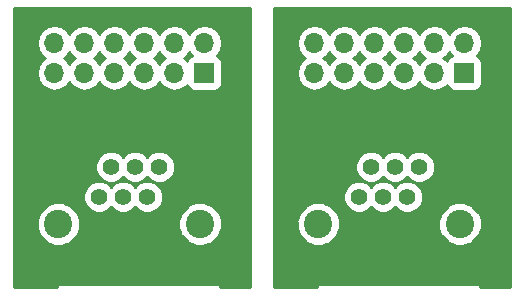
<source format=gtl>
%MOIN*%
%OFA0B0*%
%FSLAX46Y46*%
%IPPOS*%
%LPD*%
%ADD10C,0.0039370078740157488*%
%ADD11C,0.094488188976377951*%
%ADD12C,0.055118110236220472*%
%ADD13R,0.066929133858267723X0.066929133858267723*%
%ADD14O,0.066929133858267723X0.066929133858267723*%
%ADD15C,0.035433070866141732*%
%ADD16C,0.01*%
%ADD27C,0.0039370078740157488*%
%ADD28C,0.094488188976377951*%
%ADD29C,0.055118110236220472*%
%ADD30R,0.066929133858267723X0.066929133858267723*%
%ADD31O,0.066929133858267723X0.066929133858267723*%
%ADD32C,0.035433070866141732*%
%ADD33C,0.01*%
%LPD*%
G01*
D10*
D11*
X0000944881Y0001141732D02*
X0000700496Y0000328381D03*
X0000228055Y0000328381D03*
D12*
X0000564669Y0000518932D03*
X0000484354Y0000518932D03*
X0000404039Y0000518932D03*
X0000524511Y0000418932D03*
X0000444196Y0000418932D03*
X0000363881Y0000418932D03*
D13*
X0000714881Y0000831732D03*
D14*
X0000714881Y0000931732D03*
X0000614881Y0000831732D03*
X0000614881Y0000931732D03*
X0000514881Y0000831732D03*
X0000514881Y0000931732D03*
X0000414881Y0000831732D03*
X0000414881Y0000931732D03*
X0000314881Y0000831732D03*
X0000314881Y0000931732D03*
X0000214881Y0000831732D03*
X0000214881Y0000931732D03*
D15*
X0000404039Y0000518932D02*
X0000403181Y0000518932D01*
X0000564669Y0000518932D02*
X0000565381Y0000518932D01*
D16*
G36*
X0000866929Y0000116732D02*
X0000766413Y0000116732D01*
X0000766413Y0000129212D01*
X0000223350Y0000129212D01*
X0000223350Y0000116732D01*
X0000079881Y0000116732D01*
X0000079881Y0000340675D01*
X0000155428Y0000340675D01*
X0000155810Y0000327377D01*
X0000155798Y0000314073D01*
X0000156220Y0000313051D01*
X0000156252Y0000311946D01*
X0000165661Y0000289230D01*
X0000166150Y0000289021D01*
X0000166773Y0000287511D01*
X0000187078Y0000267171D01*
X0000188682Y0000266505D01*
X0000188904Y0000265987D01*
X0000201336Y0000261251D01*
X0000213621Y0000256149D01*
X0000214727Y0000256148D01*
X0000215761Y0000255754D01*
X0000229059Y0000256136D01*
X0000242362Y0000256124D01*
X0000243384Y0000256546D01*
X0000244489Y0000256578D01*
X0000267206Y0000265987D01*
X0000267415Y0000266476D01*
X0000268924Y0000267099D01*
X0000289264Y0000287404D01*
X0000289930Y0000289008D01*
X0000290448Y0000289230D01*
X0000295185Y0000301662D01*
X0000300286Y0000313947D01*
X0000300287Y0000315053D01*
X0000300681Y0000316087D01*
X0000300300Y0000329385D01*
X0000300309Y0000340675D01*
X0000627869Y0000340675D01*
X0000628251Y0000327377D01*
X0000628239Y0000314073D01*
X0000628661Y0000313051D01*
X0000628693Y0000311946D01*
X0000638102Y0000289230D01*
X0000638591Y0000289021D01*
X0000639214Y0000287511D01*
X0000659519Y0000267171D01*
X0000661123Y0000266505D01*
X0000661345Y0000265987D01*
X0000673776Y0000261251D01*
X0000686062Y0000256149D01*
X0000687168Y0000256148D01*
X0000688202Y0000255754D01*
X0000701500Y0000256136D01*
X0000714803Y0000256124D01*
X0000715825Y0000256546D01*
X0000716930Y0000256578D01*
X0000739647Y0000265987D01*
X0000739856Y0000266476D01*
X0000741365Y0000267099D01*
X0000761705Y0000287404D01*
X0000762371Y0000289008D01*
X0000762889Y0000289230D01*
X0000767626Y0000301662D01*
X0000772727Y0000313947D01*
X0000772728Y0000315053D01*
X0000773122Y0000316087D01*
X0000772741Y0000329385D01*
X0000772752Y0000342688D01*
X0000772330Y0000343710D01*
X0000772298Y0000344815D01*
X0000762889Y0000367532D01*
X0000762401Y0000367741D01*
X0000761777Y0000369250D01*
X0000741472Y0000389590D01*
X0000739868Y0000390256D01*
X0000739647Y0000390774D01*
X0000727215Y0000395511D01*
X0000714929Y0000400612D01*
X0000713823Y0000400613D01*
X0000712790Y0000401007D01*
X0000699492Y0000400626D01*
X0000686188Y0000400637D01*
X0000685166Y0000400215D01*
X0000684061Y0000400183D01*
X0000661345Y0000390774D01*
X0000661136Y0000390286D01*
X0000659626Y0000389662D01*
X0000639286Y0000369357D01*
X0000638620Y0000367753D01*
X0000638102Y0000367532D01*
X0000633366Y0000355100D01*
X0000628264Y0000342814D01*
X0000628263Y0000341708D01*
X0000627869Y0000340675D01*
X0000300309Y0000340675D01*
X0000300311Y0000342688D01*
X0000299889Y0000343710D01*
X0000299857Y0000344815D01*
X0000290448Y0000367532D01*
X0000289960Y0000367741D01*
X0000289336Y0000369250D01*
X0000269031Y0000389590D01*
X0000267427Y0000390256D01*
X0000267206Y0000390774D01*
X0000254774Y0000395511D01*
X0000242488Y0000400612D01*
X0000241382Y0000400613D01*
X0000240349Y0000401007D01*
X0000227051Y0000400626D01*
X0000213747Y0000400637D01*
X0000212725Y0000400215D01*
X0000211620Y0000400183D01*
X0000188904Y0000390774D01*
X0000188695Y0000390286D01*
X0000187185Y0000389662D01*
X0000166845Y0000369357D01*
X0000166179Y0000367753D01*
X0000165661Y0000367532D01*
X0000160925Y0000355100D01*
X0000155823Y0000342814D01*
X0000155822Y0000341708D01*
X0000155428Y0000340675D01*
X0000079881Y0000340675D01*
X0000079881Y0000408523D01*
X0000311313Y0000408523D01*
X0000319298Y0000389198D01*
X0000334070Y0000374400D01*
X0000353381Y0000366382D01*
X0000374290Y0000366364D01*
X0000393615Y0000374348D01*
X0000404044Y0000384760D01*
X0000414385Y0000374400D01*
X0000433696Y0000366382D01*
X0000454605Y0000366364D01*
X0000473930Y0000374348D01*
X0000484359Y0000384760D01*
X0000494700Y0000374400D01*
X0000514011Y0000366382D01*
X0000534920Y0000366364D01*
X0000554245Y0000374348D01*
X0000569043Y0000389121D01*
X0000577061Y0000408431D01*
X0000577079Y0000429341D01*
X0000569095Y0000448665D01*
X0000554322Y0000463463D01*
X0000535012Y0000471482D01*
X0000514103Y0000471500D01*
X0000494778Y0000463515D01*
X0000484349Y0000453104D01*
X0000474008Y0000463463D01*
X0000454697Y0000471482D01*
X0000433788Y0000471500D01*
X0000414463Y0000463515D01*
X0000404034Y0000453104D01*
X0000393693Y0000463463D01*
X0000374382Y0000471482D01*
X0000353473Y0000471500D01*
X0000334148Y0000463515D01*
X0000319350Y0000448743D01*
X0000311331Y0000429432D01*
X0000311313Y0000408523D01*
X0000079881Y0000408523D01*
X0000079881Y0000508523D01*
X0000351471Y0000508523D01*
X0000359455Y0000489198D01*
X0000374228Y0000474400D01*
X0000393538Y0000466382D01*
X0000414448Y0000466364D01*
X0000433772Y0000474348D01*
X0000444202Y0000484760D01*
X0000454543Y0000474400D01*
X0000473853Y0000466382D01*
X0000494763Y0000466364D01*
X0000514087Y0000474348D01*
X0000524517Y0000484760D01*
X0000534858Y0000474400D01*
X0000554168Y0000466382D01*
X0000575078Y0000466364D01*
X0000594402Y0000474348D01*
X0000609200Y0000489121D01*
X0000617219Y0000508431D01*
X0000617237Y0000529341D01*
X0000609252Y0000548665D01*
X0000594480Y0000563463D01*
X0000575169Y0000571482D01*
X0000554260Y0000571500D01*
X0000534935Y0000563515D01*
X0000524506Y0000553104D01*
X0000514165Y0000563463D01*
X0000494854Y0000571482D01*
X0000473945Y0000571500D01*
X0000454620Y0000563515D01*
X0000444191Y0000553104D01*
X0000433850Y0000563463D01*
X0000414539Y0000571482D01*
X0000393630Y0000571500D01*
X0000374305Y0000563515D01*
X0000359507Y0000548743D01*
X0000351489Y0000529432D01*
X0000351471Y0000508523D01*
X0000079881Y0000508523D01*
X0000079881Y0000932877D01*
X0000156417Y0000932877D01*
X0000156417Y0000930586D01*
X0000160867Y0000908213D01*
X0000173541Y0000889246D01*
X0000184786Y0000881732D01*
X0000173541Y0000874218D01*
X0000160867Y0000855251D01*
X0000156417Y0000832877D01*
X0000156417Y0000830586D01*
X0000160867Y0000808213D01*
X0000173541Y0000789246D01*
X0000192508Y0000776572D01*
X0000214881Y0000772122D01*
X0000237255Y0000776572D01*
X0000256222Y0000789246D01*
X0000264881Y0000802205D01*
X0000273541Y0000789246D01*
X0000292508Y0000776572D01*
X0000314881Y0000772122D01*
X0000337255Y0000776572D01*
X0000356222Y0000789246D01*
X0000364881Y0000802205D01*
X0000373541Y0000789246D01*
X0000392508Y0000776572D01*
X0000414881Y0000772122D01*
X0000437255Y0000776572D01*
X0000456222Y0000789246D01*
X0000464881Y0000802205D01*
X0000473541Y0000789246D01*
X0000492508Y0000776572D01*
X0000514881Y0000772122D01*
X0000537255Y0000776572D01*
X0000556222Y0000789246D01*
X0000564881Y0000802205D01*
X0000573541Y0000789246D01*
X0000592508Y0000776572D01*
X0000614881Y0000772122D01*
X0000637255Y0000776572D01*
X0000656222Y0000789246D01*
X0000657316Y0000790883D01*
X0000657670Y0000789003D01*
X0000663146Y0000780494D01*
X0000671500Y0000774786D01*
X0000681417Y0000772777D01*
X0000748346Y0000772777D01*
X0000757610Y0000774521D01*
X0000766119Y0000779996D01*
X0000771827Y0000788350D01*
X0000773836Y0000798267D01*
X0000773836Y0000865196D01*
X0000772092Y0000874461D01*
X0000766617Y0000882970D01*
X0000758263Y0000888678D01*
X0000756045Y0000889127D01*
X0000756222Y0000889246D01*
X0000768896Y0000908213D01*
X0000773346Y0000930586D01*
X0000773346Y0000932877D01*
X0000768896Y0000955251D01*
X0000756222Y0000974218D01*
X0000737255Y0000986891D01*
X0000714881Y0000991342D01*
X0000692508Y0000986891D01*
X0000673541Y0000974218D01*
X0000664881Y0000961258D01*
X0000656222Y0000974218D01*
X0000637255Y0000986891D01*
X0000614881Y0000991342D01*
X0000592508Y0000986891D01*
X0000573541Y0000974218D01*
X0000564881Y0000961258D01*
X0000556222Y0000974218D01*
X0000537255Y0000986891D01*
X0000514881Y0000991342D01*
X0000492508Y0000986891D01*
X0000473541Y0000974218D01*
X0000464881Y0000961258D01*
X0000456222Y0000974218D01*
X0000437255Y0000986891D01*
X0000414881Y0000991342D01*
X0000392508Y0000986891D01*
X0000373541Y0000974218D01*
X0000364881Y0000961258D01*
X0000356222Y0000974218D01*
X0000337255Y0000986891D01*
X0000314881Y0000991342D01*
X0000292508Y0000986891D01*
X0000273541Y0000974218D01*
X0000264881Y0000961258D01*
X0000256222Y0000974218D01*
X0000237255Y0000986891D01*
X0000214881Y0000991342D01*
X0000192508Y0000986891D01*
X0000173541Y0000974218D01*
X0000160867Y0000955251D01*
X0000156417Y0000932877D01*
X0000079881Y0000932877D01*
X0000079881Y0001046732D01*
X0000866929Y0001046732D01*
X0000866929Y0000116732D01*
X0000866929Y0000116732D01*
G37*
X0000866929Y0000116732D02*
X0000766413Y0000116732D01*
X0000766413Y0000129212D01*
X0000223350Y0000129212D01*
X0000223350Y0000116732D01*
X0000079881Y0000116732D01*
X0000079881Y0000340675D01*
X0000155428Y0000340675D01*
X0000155810Y0000327377D01*
X0000155798Y0000314073D01*
X0000156220Y0000313051D01*
X0000156252Y0000311946D01*
X0000165661Y0000289230D01*
X0000166150Y0000289021D01*
X0000166773Y0000287511D01*
X0000187078Y0000267171D01*
X0000188682Y0000266505D01*
X0000188904Y0000265987D01*
X0000201336Y0000261251D01*
X0000213621Y0000256149D01*
X0000214727Y0000256148D01*
X0000215761Y0000255754D01*
X0000229059Y0000256136D01*
X0000242362Y0000256124D01*
X0000243384Y0000256546D01*
X0000244489Y0000256578D01*
X0000267206Y0000265987D01*
X0000267415Y0000266476D01*
X0000268924Y0000267099D01*
X0000289264Y0000287404D01*
X0000289930Y0000289008D01*
X0000290448Y0000289230D01*
X0000295185Y0000301662D01*
X0000300286Y0000313947D01*
X0000300287Y0000315053D01*
X0000300681Y0000316087D01*
X0000300300Y0000329385D01*
X0000300309Y0000340675D01*
X0000627869Y0000340675D01*
X0000628251Y0000327377D01*
X0000628239Y0000314073D01*
X0000628661Y0000313051D01*
X0000628693Y0000311946D01*
X0000638102Y0000289230D01*
X0000638591Y0000289021D01*
X0000639214Y0000287511D01*
X0000659519Y0000267171D01*
X0000661123Y0000266505D01*
X0000661345Y0000265987D01*
X0000673776Y0000261251D01*
X0000686062Y0000256149D01*
X0000687168Y0000256148D01*
X0000688202Y0000255754D01*
X0000701500Y0000256136D01*
X0000714803Y0000256124D01*
X0000715825Y0000256546D01*
X0000716930Y0000256578D01*
X0000739647Y0000265987D01*
X0000739856Y0000266476D01*
X0000741365Y0000267099D01*
X0000761705Y0000287404D01*
X0000762371Y0000289008D01*
X0000762889Y0000289230D01*
X0000767626Y0000301662D01*
X0000772727Y0000313947D01*
X0000772728Y0000315053D01*
X0000773122Y0000316087D01*
X0000772741Y0000329385D01*
X0000772752Y0000342688D01*
X0000772330Y0000343710D01*
X0000772298Y0000344815D01*
X0000762889Y0000367532D01*
X0000762401Y0000367741D01*
X0000761777Y0000369250D01*
X0000741472Y0000389590D01*
X0000739868Y0000390256D01*
X0000739647Y0000390774D01*
X0000727215Y0000395511D01*
X0000714929Y0000400612D01*
X0000713823Y0000400613D01*
X0000712790Y0000401007D01*
X0000699492Y0000400626D01*
X0000686188Y0000400637D01*
X0000685166Y0000400215D01*
X0000684061Y0000400183D01*
X0000661345Y0000390774D01*
X0000661136Y0000390286D01*
X0000659626Y0000389662D01*
X0000639286Y0000369357D01*
X0000638620Y0000367753D01*
X0000638102Y0000367532D01*
X0000633366Y0000355100D01*
X0000628264Y0000342814D01*
X0000628263Y0000341708D01*
X0000627869Y0000340675D01*
X0000300309Y0000340675D01*
X0000300311Y0000342688D01*
X0000299889Y0000343710D01*
X0000299857Y0000344815D01*
X0000290448Y0000367532D01*
X0000289960Y0000367741D01*
X0000289336Y0000369250D01*
X0000269031Y0000389590D01*
X0000267427Y0000390256D01*
X0000267206Y0000390774D01*
X0000254774Y0000395511D01*
X0000242488Y0000400612D01*
X0000241382Y0000400613D01*
X0000240349Y0000401007D01*
X0000227051Y0000400626D01*
X0000213747Y0000400637D01*
X0000212725Y0000400215D01*
X0000211620Y0000400183D01*
X0000188904Y0000390774D01*
X0000188695Y0000390286D01*
X0000187185Y0000389662D01*
X0000166845Y0000369357D01*
X0000166179Y0000367753D01*
X0000165661Y0000367532D01*
X0000160925Y0000355100D01*
X0000155823Y0000342814D01*
X0000155822Y0000341708D01*
X0000155428Y0000340675D01*
X0000079881Y0000340675D01*
X0000079881Y0000408523D01*
X0000311313Y0000408523D01*
X0000319298Y0000389198D01*
X0000334070Y0000374400D01*
X0000353381Y0000366382D01*
X0000374290Y0000366364D01*
X0000393615Y0000374348D01*
X0000404044Y0000384760D01*
X0000414385Y0000374400D01*
X0000433696Y0000366382D01*
X0000454605Y0000366364D01*
X0000473930Y0000374348D01*
X0000484359Y0000384760D01*
X0000494700Y0000374400D01*
X0000514011Y0000366382D01*
X0000534920Y0000366364D01*
X0000554245Y0000374348D01*
X0000569043Y0000389121D01*
X0000577061Y0000408431D01*
X0000577079Y0000429341D01*
X0000569095Y0000448665D01*
X0000554322Y0000463463D01*
X0000535012Y0000471482D01*
X0000514103Y0000471500D01*
X0000494778Y0000463515D01*
X0000484349Y0000453104D01*
X0000474008Y0000463463D01*
X0000454697Y0000471482D01*
X0000433788Y0000471500D01*
X0000414463Y0000463515D01*
X0000404034Y0000453104D01*
X0000393693Y0000463463D01*
X0000374382Y0000471482D01*
X0000353473Y0000471500D01*
X0000334148Y0000463515D01*
X0000319350Y0000448743D01*
X0000311331Y0000429432D01*
X0000311313Y0000408523D01*
X0000079881Y0000408523D01*
X0000079881Y0000508523D01*
X0000351471Y0000508523D01*
X0000359455Y0000489198D01*
X0000374228Y0000474400D01*
X0000393538Y0000466382D01*
X0000414448Y0000466364D01*
X0000433772Y0000474348D01*
X0000444202Y0000484760D01*
X0000454543Y0000474400D01*
X0000473853Y0000466382D01*
X0000494763Y0000466364D01*
X0000514087Y0000474348D01*
X0000524517Y0000484760D01*
X0000534858Y0000474400D01*
X0000554168Y0000466382D01*
X0000575078Y0000466364D01*
X0000594402Y0000474348D01*
X0000609200Y0000489121D01*
X0000617219Y0000508431D01*
X0000617237Y0000529341D01*
X0000609252Y0000548665D01*
X0000594480Y0000563463D01*
X0000575169Y0000571482D01*
X0000554260Y0000571500D01*
X0000534935Y0000563515D01*
X0000524506Y0000553104D01*
X0000514165Y0000563463D01*
X0000494854Y0000571482D01*
X0000473945Y0000571500D01*
X0000454620Y0000563515D01*
X0000444191Y0000553104D01*
X0000433850Y0000563463D01*
X0000414539Y0000571482D01*
X0000393630Y0000571500D01*
X0000374305Y0000563515D01*
X0000359507Y0000548743D01*
X0000351489Y0000529432D01*
X0000351471Y0000508523D01*
X0000079881Y0000508523D01*
X0000079881Y0000932877D01*
X0000156417Y0000932877D01*
X0000156417Y0000930586D01*
X0000160867Y0000908213D01*
X0000173541Y0000889246D01*
X0000184786Y0000881732D01*
X0000173541Y0000874218D01*
X0000160867Y0000855251D01*
X0000156417Y0000832877D01*
X0000156417Y0000830586D01*
X0000160867Y0000808213D01*
X0000173541Y0000789246D01*
X0000192508Y0000776572D01*
X0000214881Y0000772122D01*
X0000237255Y0000776572D01*
X0000256222Y0000789246D01*
X0000264881Y0000802205D01*
X0000273541Y0000789246D01*
X0000292508Y0000776572D01*
X0000314881Y0000772122D01*
X0000337255Y0000776572D01*
X0000356222Y0000789246D01*
X0000364881Y0000802205D01*
X0000373541Y0000789246D01*
X0000392508Y0000776572D01*
X0000414881Y0000772122D01*
X0000437255Y0000776572D01*
X0000456222Y0000789246D01*
X0000464881Y0000802205D01*
X0000473541Y0000789246D01*
X0000492508Y0000776572D01*
X0000514881Y0000772122D01*
X0000537255Y0000776572D01*
X0000556222Y0000789246D01*
X0000564881Y0000802205D01*
X0000573541Y0000789246D01*
X0000592508Y0000776572D01*
X0000614881Y0000772122D01*
X0000637255Y0000776572D01*
X0000656222Y0000789246D01*
X0000657316Y0000790883D01*
X0000657670Y0000789003D01*
X0000663146Y0000780494D01*
X0000671500Y0000774786D01*
X0000681417Y0000772777D01*
X0000748346Y0000772777D01*
X0000757610Y0000774521D01*
X0000766119Y0000779996D01*
X0000771827Y0000788350D01*
X0000773836Y0000798267D01*
X0000773836Y0000865196D01*
X0000772092Y0000874461D01*
X0000766617Y0000882970D01*
X0000758263Y0000888678D01*
X0000756045Y0000889127D01*
X0000756222Y0000889246D01*
X0000768896Y0000908213D01*
X0000773346Y0000930586D01*
X0000773346Y0000932877D01*
X0000768896Y0000955251D01*
X0000756222Y0000974218D01*
X0000737255Y0000986891D01*
X0000714881Y0000991342D01*
X0000692508Y0000986891D01*
X0000673541Y0000974218D01*
X0000664881Y0000961258D01*
X0000656222Y0000974218D01*
X0000637255Y0000986891D01*
X0000614881Y0000991342D01*
X0000592508Y0000986891D01*
X0000573541Y0000974218D01*
X0000564881Y0000961258D01*
X0000556222Y0000974218D01*
X0000537255Y0000986891D01*
X0000514881Y0000991342D01*
X0000492508Y0000986891D01*
X0000473541Y0000974218D01*
X0000464881Y0000961258D01*
X0000456222Y0000974218D01*
X0000437255Y0000986891D01*
X0000414881Y0000991342D01*
X0000392508Y0000986891D01*
X0000373541Y0000974218D01*
X0000364881Y0000961258D01*
X0000356222Y0000974218D01*
X0000337255Y0000986891D01*
X0000314881Y0000991342D01*
X0000292508Y0000986891D01*
X0000273541Y0000974218D01*
X0000264881Y0000961258D01*
X0000256222Y0000974218D01*
X0000237255Y0000986891D01*
X0000214881Y0000991342D01*
X0000192508Y0000986891D01*
X0000173541Y0000974218D01*
X0000160867Y0000955251D01*
X0000156417Y0000932877D01*
X0000079881Y0000932877D01*
X0000079881Y0001046732D01*
X0000866929Y0001046732D01*
X0000866929Y0000116732D01*
G36*
X0000573541Y0000889246D02*
X0000584786Y0000881732D01*
X0000573541Y0000874218D01*
X0000564881Y0000861258D01*
X0000556222Y0000874218D01*
X0000544977Y0000881732D01*
X0000556222Y0000889246D01*
X0000564881Y0000902205D01*
X0000573541Y0000889246D01*
X0000573541Y0000889246D01*
G37*
X0000573541Y0000889246D02*
X0000584786Y0000881732D01*
X0000573541Y0000874218D01*
X0000564881Y0000861258D01*
X0000556222Y0000874218D01*
X0000544977Y0000881732D01*
X0000556222Y0000889246D01*
X0000564881Y0000902205D01*
X0000573541Y0000889246D01*
G36*
X0000473541Y0000889246D02*
X0000484786Y0000881732D01*
X0000473541Y0000874218D01*
X0000464881Y0000861258D01*
X0000456222Y0000874218D01*
X0000444977Y0000881732D01*
X0000456222Y0000889246D01*
X0000464881Y0000902205D01*
X0000473541Y0000889246D01*
X0000473541Y0000889246D01*
G37*
X0000473541Y0000889246D02*
X0000484786Y0000881732D01*
X0000473541Y0000874218D01*
X0000464881Y0000861258D01*
X0000456222Y0000874218D01*
X0000444977Y0000881732D01*
X0000456222Y0000889246D01*
X0000464881Y0000902205D01*
X0000473541Y0000889246D01*
G36*
X0000373541Y0000889246D02*
X0000384786Y0000881732D01*
X0000373541Y0000874218D01*
X0000364881Y0000861258D01*
X0000356222Y0000874218D01*
X0000344977Y0000881732D01*
X0000356222Y0000889246D01*
X0000364881Y0000902205D01*
X0000373541Y0000889246D01*
X0000373541Y0000889246D01*
G37*
X0000373541Y0000889246D02*
X0000384786Y0000881732D01*
X0000373541Y0000874218D01*
X0000364881Y0000861258D01*
X0000356222Y0000874218D01*
X0000344977Y0000881732D01*
X0000356222Y0000889246D01*
X0000364881Y0000902205D01*
X0000373541Y0000889246D01*
G36*
X0000273541Y0000889246D02*
X0000284786Y0000881732D01*
X0000273541Y0000874218D01*
X0000264881Y0000861258D01*
X0000256222Y0000874218D01*
X0000244977Y0000881732D01*
X0000256222Y0000889246D01*
X0000264881Y0000902205D01*
X0000273541Y0000889246D01*
X0000273541Y0000889246D01*
G37*
X0000273541Y0000889246D02*
X0000284786Y0000881732D01*
X0000273541Y0000874218D01*
X0000264881Y0000861258D01*
X0000256222Y0000874218D01*
X0000244977Y0000881732D01*
X0000256222Y0000889246D01*
X0000264881Y0000902205D01*
X0000273541Y0000889246D01*
G36*
X0000673541Y0000889246D02*
X0000673589Y0000889213D01*
X0000672152Y0000888943D01*
X0000663644Y0000883468D01*
X0000657935Y0000875113D01*
X0000657398Y0000872459D01*
X0000656222Y0000874218D01*
X0000644977Y0000881732D01*
X0000656222Y0000889246D01*
X0000664881Y0000902205D01*
X0000673541Y0000889246D01*
X0000673541Y0000889246D01*
G37*
X0000673541Y0000889246D02*
X0000673589Y0000889213D01*
X0000672152Y0000888943D01*
X0000663644Y0000883468D01*
X0000657935Y0000875113D01*
X0000657398Y0000872459D01*
X0000656222Y0000874218D01*
X0000644977Y0000881732D01*
X0000656222Y0000889246D01*
X0000664881Y0000902205D01*
X0000673541Y0000889246D01*
G04 next file*
%LPD*%
G04 Gerber Fmt 4.6, Leading zero omitted, Abs format (unit mm)*
G04 Created by KiCad (PCBNEW 4.0.7) date 10/04/17 14:57:39*
G01*
G04 APERTURE LIST*
G04 APERTURE END LIST*
D27*
D28*
X0001811023Y0001141732D02*
X0001566637Y0000328381D03*
X0001094196Y0000328381D03*
D29*
X0001430811Y0000518932D03*
X0001350496Y0000518932D03*
X0001270181Y0000518932D03*
X0001390653Y0000418932D03*
X0001310338Y0000418932D03*
X0001230023Y0000418932D03*
D30*
X0001581023Y0000831732D03*
D31*
X0001581023Y0000931732D03*
X0001481023Y0000831732D03*
X0001481023Y0000931732D03*
X0001381023Y0000831732D03*
X0001381023Y0000931732D03*
X0001281023Y0000831732D03*
X0001281023Y0000931732D03*
X0001181023Y0000831732D03*
X0001181023Y0000931732D03*
X0001081023Y0000831732D03*
X0001081023Y0000931732D03*
D32*
X0001270181Y0000518932D02*
X0001269323Y0000518932D01*
X0001430811Y0000518932D02*
X0001431523Y0000518932D01*
D33*
G36*
X0001733070Y0000116732D02*
X0001632555Y0000116732D01*
X0001632555Y0000129212D01*
X0001089491Y0000129212D01*
X0001089491Y0000116732D01*
X0000946023Y0000116732D01*
X0000946023Y0000340675D01*
X0001021570Y0000340675D01*
X0001021951Y0000327377D01*
X0001021940Y0000314073D01*
X0001022362Y0000313051D01*
X0001022394Y0000311946D01*
X0001031803Y0000289230D01*
X0001032291Y0000289021D01*
X0001032915Y0000287511D01*
X0001053220Y0000267171D01*
X0001054824Y0000266505D01*
X0001055045Y0000265987D01*
X0001067477Y0000261251D01*
X0001079763Y0000256149D01*
X0001080869Y0000256148D01*
X0001081902Y0000255754D01*
X0001095200Y0000256136D01*
X0001108504Y0000256124D01*
X0001109526Y0000256546D01*
X0001110631Y0000256578D01*
X0001133347Y0000265987D01*
X0001133556Y0000266476D01*
X0001135066Y0000267099D01*
X0001155406Y0000287404D01*
X0001156072Y0000289008D01*
X0001156590Y0000289230D01*
X0001161326Y0000301662D01*
X0001166428Y0000313947D01*
X0001166429Y0000315053D01*
X0001166823Y0000316087D01*
X0001166441Y0000329385D01*
X0001166451Y0000340675D01*
X0001494011Y0000340675D01*
X0001494392Y0000327377D01*
X0001494381Y0000314073D01*
X0001494803Y0000313051D01*
X0001494835Y0000311946D01*
X0001504244Y0000289230D01*
X0001504732Y0000289021D01*
X0001505356Y0000287511D01*
X0001525661Y0000267171D01*
X0001527265Y0000266505D01*
X0001527486Y0000265987D01*
X0001539918Y0000261251D01*
X0001552204Y0000256149D01*
X0001553310Y0000256148D01*
X0001554343Y0000255754D01*
X0001567641Y0000256136D01*
X0001580945Y0000256124D01*
X0001581967Y0000256546D01*
X0001583072Y0000256578D01*
X0001605788Y0000265987D01*
X0001605997Y0000266476D01*
X0001607507Y0000267099D01*
X0001627847Y0000287404D01*
X0001628513Y0000289008D01*
X0001629031Y0000289230D01*
X0001633767Y0000301662D01*
X0001638869Y0000313947D01*
X0001638870Y0000315053D01*
X0001639264Y0000316087D01*
X0001638882Y0000329385D01*
X0001638894Y0000342688D01*
X0001638472Y0000343710D01*
X0001638440Y0000344815D01*
X0001629031Y0000367532D01*
X0001628542Y0000367741D01*
X0001627919Y0000369250D01*
X0001607614Y0000389590D01*
X0001606010Y0000390256D01*
X0001605788Y0000390774D01*
X0001593356Y0000395511D01*
X0001581071Y0000400612D01*
X0001579965Y0000400613D01*
X0001578931Y0000401007D01*
X0001565633Y0000400626D01*
X0001552330Y0000400637D01*
X0001551308Y0000400215D01*
X0001550203Y0000400183D01*
X0001527486Y0000390774D01*
X0001527277Y0000390286D01*
X0001525768Y0000389662D01*
X0001505427Y0000369357D01*
X0001504761Y0000367753D01*
X0001504244Y0000367532D01*
X0001499507Y0000355100D01*
X0001494406Y0000342814D01*
X0001494405Y0000341708D01*
X0001494011Y0000340675D01*
X0001166451Y0000340675D01*
X0001166453Y0000342688D01*
X0001166031Y0000343710D01*
X0001165999Y0000344815D01*
X0001156590Y0000367532D01*
X0001156101Y0000367741D01*
X0001155478Y0000369250D01*
X0001135173Y0000389590D01*
X0001133569Y0000390256D01*
X0001133347Y0000390774D01*
X0001120915Y0000395511D01*
X0001108630Y0000400612D01*
X0001107524Y0000400613D01*
X0001106490Y0000401007D01*
X0001093192Y0000400626D01*
X0001079889Y0000400637D01*
X0001078867Y0000400215D01*
X0001077762Y0000400183D01*
X0001055045Y0000390774D01*
X0001054836Y0000390286D01*
X0001053327Y0000389662D01*
X0001032987Y0000369357D01*
X0001032320Y0000367753D01*
X0001031803Y0000367532D01*
X0001027066Y0000355100D01*
X0001021965Y0000342814D01*
X0001021964Y0000341708D01*
X0001021570Y0000340675D01*
X0000946023Y0000340675D01*
X0000946023Y0000408523D01*
X0001177455Y0000408523D01*
X0001185440Y0000389198D01*
X0001200212Y0000374400D01*
X0001219523Y0000366382D01*
X0001240432Y0000366364D01*
X0001259757Y0000374348D01*
X0001270186Y0000384760D01*
X0001280527Y0000374400D01*
X0001299838Y0000366382D01*
X0001320747Y0000366364D01*
X0001340072Y0000374348D01*
X0001350501Y0000384760D01*
X0001360842Y0000374400D01*
X0001380153Y0000366382D01*
X0001401062Y0000366364D01*
X0001420386Y0000374348D01*
X0001435184Y0000389121D01*
X0001443203Y0000408431D01*
X0001443221Y0000429341D01*
X0001435236Y0000448665D01*
X0001420464Y0000463463D01*
X0001401154Y0000471482D01*
X0001380244Y0000471500D01*
X0001360920Y0000463515D01*
X0001350490Y0000453104D01*
X0001340149Y0000463463D01*
X0001320839Y0000471482D01*
X0001299929Y0000471500D01*
X0001280605Y0000463515D01*
X0001270175Y0000453104D01*
X0001259834Y0000463463D01*
X0001240524Y0000471482D01*
X0001219614Y0000471500D01*
X0001200290Y0000463515D01*
X0001185492Y0000448743D01*
X0001177473Y0000429432D01*
X0001177455Y0000408523D01*
X0000946023Y0000408523D01*
X0000946023Y0000508523D01*
X0001217612Y0000508523D01*
X0001225597Y0000489198D01*
X0001240369Y0000474400D01*
X0001259680Y0000466382D01*
X0001280589Y0000466364D01*
X0001299914Y0000474348D01*
X0001310343Y0000484760D01*
X0001320684Y0000474400D01*
X0001339995Y0000466382D01*
X0001360904Y0000466364D01*
X0001380229Y0000474348D01*
X0001390658Y0000484760D01*
X0001400999Y0000474400D01*
X0001420310Y0000466382D01*
X0001441219Y0000466364D01*
X0001460544Y0000474348D01*
X0001475342Y0000489121D01*
X0001483360Y0000508431D01*
X0001483379Y0000529341D01*
X0001475394Y0000548665D01*
X0001460622Y0000563463D01*
X0001441311Y0000571482D01*
X0001420402Y0000571500D01*
X0001401077Y0000563515D01*
X0001390648Y0000553104D01*
X0001380307Y0000563463D01*
X0001360996Y0000571482D01*
X0001340087Y0000571500D01*
X0001320762Y0000563515D01*
X0001310333Y0000553104D01*
X0001299992Y0000563463D01*
X0001280681Y0000571482D01*
X0001259772Y0000571500D01*
X0001240447Y0000563515D01*
X0001225649Y0000548743D01*
X0001217631Y0000529432D01*
X0001217612Y0000508523D01*
X0000946023Y0000508523D01*
X0000946023Y0000932877D01*
X0001022559Y0000932877D01*
X0001022559Y0000930586D01*
X0001027009Y0000908213D01*
X0001039682Y0000889246D01*
X0001050928Y0000881732D01*
X0001039682Y0000874218D01*
X0001027009Y0000855251D01*
X0001022559Y0000832877D01*
X0001022559Y0000830586D01*
X0001027009Y0000808213D01*
X0001039682Y0000789246D01*
X0001058650Y0000776572D01*
X0001081023Y0000772122D01*
X0001103397Y0000776572D01*
X0001122364Y0000789246D01*
X0001131023Y0000802205D01*
X0001139682Y0000789246D01*
X0001158650Y0000776572D01*
X0001181023Y0000772122D01*
X0001203397Y0000776572D01*
X0001222364Y0000789246D01*
X0001231023Y0000802205D01*
X0001239682Y0000789246D01*
X0001258650Y0000776572D01*
X0001281023Y0000772122D01*
X0001303397Y0000776572D01*
X0001322364Y0000789246D01*
X0001331023Y0000802205D01*
X0001339682Y0000789246D01*
X0001358650Y0000776572D01*
X0001381023Y0000772122D01*
X0001403397Y0000776572D01*
X0001422364Y0000789246D01*
X0001431023Y0000802205D01*
X0001439682Y0000789246D01*
X0001458650Y0000776572D01*
X0001481023Y0000772122D01*
X0001503397Y0000776572D01*
X0001522364Y0000789246D01*
X0001523458Y0000790883D01*
X0001523812Y0000789003D01*
X0001529287Y0000780494D01*
X0001537642Y0000774786D01*
X0001547559Y0000772777D01*
X0001614488Y0000772777D01*
X0001623752Y0000774521D01*
X0001632261Y0000779996D01*
X0001637969Y0000788350D01*
X0001639977Y0000798267D01*
X0001639977Y0000865196D01*
X0001638234Y0000874461D01*
X0001632759Y0000882970D01*
X0001624405Y0000888678D01*
X0001622186Y0000889127D01*
X0001622364Y0000889246D01*
X0001635037Y0000908213D01*
X0001639488Y0000930586D01*
X0001639488Y0000932877D01*
X0001635037Y0000955251D01*
X0001622364Y0000974218D01*
X0001603397Y0000986891D01*
X0001581023Y0000991342D01*
X0001558650Y0000986891D01*
X0001539682Y0000974218D01*
X0001531023Y0000961258D01*
X0001522364Y0000974218D01*
X0001503397Y0000986891D01*
X0001481023Y0000991342D01*
X0001458650Y0000986891D01*
X0001439682Y0000974218D01*
X0001431023Y0000961258D01*
X0001422364Y0000974218D01*
X0001403397Y0000986891D01*
X0001381023Y0000991342D01*
X0001358650Y0000986891D01*
X0001339682Y0000974218D01*
X0001331023Y0000961258D01*
X0001322364Y0000974218D01*
X0001303397Y0000986891D01*
X0001281023Y0000991342D01*
X0001258650Y0000986891D01*
X0001239682Y0000974218D01*
X0001231023Y0000961258D01*
X0001222364Y0000974218D01*
X0001203397Y0000986891D01*
X0001181023Y0000991342D01*
X0001158650Y0000986891D01*
X0001139682Y0000974218D01*
X0001131023Y0000961258D01*
X0001122364Y0000974218D01*
X0001103397Y0000986891D01*
X0001081023Y0000991342D01*
X0001058650Y0000986891D01*
X0001039682Y0000974218D01*
X0001027009Y0000955251D01*
X0001022559Y0000932877D01*
X0000946023Y0000932877D01*
X0000946023Y0001046732D01*
X0001733070Y0001046732D01*
X0001733070Y0000116732D01*
X0001733070Y0000116732D01*
G37*
X0001733070Y0000116732D02*
X0001632555Y0000116732D01*
X0001632555Y0000129212D01*
X0001089491Y0000129212D01*
X0001089491Y0000116732D01*
X0000946023Y0000116732D01*
X0000946023Y0000340675D01*
X0001021570Y0000340675D01*
X0001021951Y0000327377D01*
X0001021940Y0000314073D01*
X0001022362Y0000313051D01*
X0001022394Y0000311946D01*
X0001031803Y0000289230D01*
X0001032291Y0000289021D01*
X0001032915Y0000287511D01*
X0001053220Y0000267171D01*
X0001054824Y0000266505D01*
X0001055045Y0000265987D01*
X0001067477Y0000261251D01*
X0001079763Y0000256149D01*
X0001080869Y0000256148D01*
X0001081902Y0000255754D01*
X0001095200Y0000256136D01*
X0001108504Y0000256124D01*
X0001109526Y0000256546D01*
X0001110631Y0000256578D01*
X0001133347Y0000265987D01*
X0001133556Y0000266476D01*
X0001135066Y0000267099D01*
X0001155406Y0000287404D01*
X0001156072Y0000289008D01*
X0001156590Y0000289230D01*
X0001161326Y0000301662D01*
X0001166428Y0000313947D01*
X0001166429Y0000315053D01*
X0001166823Y0000316087D01*
X0001166441Y0000329385D01*
X0001166451Y0000340675D01*
X0001494011Y0000340675D01*
X0001494392Y0000327377D01*
X0001494381Y0000314073D01*
X0001494803Y0000313051D01*
X0001494835Y0000311946D01*
X0001504244Y0000289230D01*
X0001504732Y0000289021D01*
X0001505356Y0000287511D01*
X0001525661Y0000267171D01*
X0001527265Y0000266505D01*
X0001527486Y0000265987D01*
X0001539918Y0000261251D01*
X0001552204Y0000256149D01*
X0001553310Y0000256148D01*
X0001554343Y0000255754D01*
X0001567641Y0000256136D01*
X0001580945Y0000256124D01*
X0001581967Y0000256546D01*
X0001583072Y0000256578D01*
X0001605788Y0000265987D01*
X0001605997Y0000266476D01*
X0001607507Y0000267099D01*
X0001627847Y0000287404D01*
X0001628513Y0000289008D01*
X0001629031Y0000289230D01*
X0001633767Y0000301662D01*
X0001638869Y0000313947D01*
X0001638870Y0000315053D01*
X0001639264Y0000316087D01*
X0001638882Y0000329385D01*
X0001638894Y0000342688D01*
X0001638472Y0000343710D01*
X0001638440Y0000344815D01*
X0001629031Y0000367532D01*
X0001628542Y0000367741D01*
X0001627919Y0000369250D01*
X0001607614Y0000389590D01*
X0001606010Y0000390256D01*
X0001605788Y0000390774D01*
X0001593356Y0000395511D01*
X0001581071Y0000400612D01*
X0001579965Y0000400613D01*
X0001578931Y0000401007D01*
X0001565633Y0000400626D01*
X0001552330Y0000400637D01*
X0001551308Y0000400215D01*
X0001550203Y0000400183D01*
X0001527486Y0000390774D01*
X0001527277Y0000390286D01*
X0001525768Y0000389662D01*
X0001505427Y0000369357D01*
X0001504761Y0000367753D01*
X0001504244Y0000367532D01*
X0001499507Y0000355100D01*
X0001494406Y0000342814D01*
X0001494405Y0000341708D01*
X0001494011Y0000340675D01*
X0001166451Y0000340675D01*
X0001166453Y0000342688D01*
X0001166031Y0000343710D01*
X0001165999Y0000344815D01*
X0001156590Y0000367532D01*
X0001156101Y0000367741D01*
X0001155478Y0000369250D01*
X0001135173Y0000389590D01*
X0001133569Y0000390256D01*
X0001133347Y0000390774D01*
X0001120915Y0000395511D01*
X0001108630Y0000400612D01*
X0001107524Y0000400613D01*
X0001106490Y0000401007D01*
X0001093192Y0000400626D01*
X0001079889Y0000400637D01*
X0001078867Y0000400215D01*
X0001077762Y0000400183D01*
X0001055045Y0000390774D01*
X0001054836Y0000390286D01*
X0001053327Y0000389662D01*
X0001032987Y0000369357D01*
X0001032320Y0000367753D01*
X0001031803Y0000367532D01*
X0001027066Y0000355100D01*
X0001021965Y0000342814D01*
X0001021964Y0000341708D01*
X0001021570Y0000340675D01*
X0000946023Y0000340675D01*
X0000946023Y0000408523D01*
X0001177455Y0000408523D01*
X0001185440Y0000389198D01*
X0001200212Y0000374400D01*
X0001219523Y0000366382D01*
X0001240432Y0000366364D01*
X0001259757Y0000374348D01*
X0001270186Y0000384760D01*
X0001280527Y0000374400D01*
X0001299838Y0000366382D01*
X0001320747Y0000366364D01*
X0001340072Y0000374348D01*
X0001350501Y0000384760D01*
X0001360842Y0000374400D01*
X0001380153Y0000366382D01*
X0001401062Y0000366364D01*
X0001420386Y0000374348D01*
X0001435184Y0000389121D01*
X0001443203Y0000408431D01*
X0001443221Y0000429341D01*
X0001435236Y0000448665D01*
X0001420464Y0000463463D01*
X0001401154Y0000471482D01*
X0001380244Y0000471500D01*
X0001360920Y0000463515D01*
X0001350490Y0000453104D01*
X0001340149Y0000463463D01*
X0001320839Y0000471482D01*
X0001299929Y0000471500D01*
X0001280605Y0000463515D01*
X0001270175Y0000453104D01*
X0001259834Y0000463463D01*
X0001240524Y0000471482D01*
X0001219614Y0000471500D01*
X0001200290Y0000463515D01*
X0001185492Y0000448743D01*
X0001177473Y0000429432D01*
X0001177455Y0000408523D01*
X0000946023Y0000408523D01*
X0000946023Y0000508523D01*
X0001217612Y0000508523D01*
X0001225597Y0000489198D01*
X0001240369Y0000474400D01*
X0001259680Y0000466382D01*
X0001280589Y0000466364D01*
X0001299914Y0000474348D01*
X0001310343Y0000484760D01*
X0001320684Y0000474400D01*
X0001339995Y0000466382D01*
X0001360904Y0000466364D01*
X0001380229Y0000474348D01*
X0001390658Y0000484760D01*
X0001400999Y0000474400D01*
X0001420310Y0000466382D01*
X0001441219Y0000466364D01*
X0001460544Y0000474348D01*
X0001475342Y0000489121D01*
X0001483360Y0000508431D01*
X0001483379Y0000529341D01*
X0001475394Y0000548665D01*
X0001460622Y0000563463D01*
X0001441311Y0000571482D01*
X0001420402Y0000571500D01*
X0001401077Y0000563515D01*
X0001390648Y0000553104D01*
X0001380307Y0000563463D01*
X0001360996Y0000571482D01*
X0001340087Y0000571500D01*
X0001320762Y0000563515D01*
X0001310333Y0000553104D01*
X0001299992Y0000563463D01*
X0001280681Y0000571482D01*
X0001259772Y0000571500D01*
X0001240447Y0000563515D01*
X0001225649Y0000548743D01*
X0001217631Y0000529432D01*
X0001217612Y0000508523D01*
X0000946023Y0000508523D01*
X0000946023Y0000932877D01*
X0001022559Y0000932877D01*
X0001022559Y0000930586D01*
X0001027009Y0000908213D01*
X0001039682Y0000889246D01*
X0001050928Y0000881732D01*
X0001039682Y0000874218D01*
X0001027009Y0000855251D01*
X0001022559Y0000832877D01*
X0001022559Y0000830586D01*
X0001027009Y0000808213D01*
X0001039682Y0000789246D01*
X0001058650Y0000776572D01*
X0001081023Y0000772122D01*
X0001103397Y0000776572D01*
X0001122364Y0000789246D01*
X0001131023Y0000802205D01*
X0001139682Y0000789246D01*
X0001158650Y0000776572D01*
X0001181023Y0000772122D01*
X0001203397Y0000776572D01*
X0001222364Y0000789246D01*
X0001231023Y0000802205D01*
X0001239682Y0000789246D01*
X0001258650Y0000776572D01*
X0001281023Y0000772122D01*
X0001303397Y0000776572D01*
X0001322364Y0000789246D01*
X0001331023Y0000802205D01*
X0001339682Y0000789246D01*
X0001358650Y0000776572D01*
X0001381023Y0000772122D01*
X0001403397Y0000776572D01*
X0001422364Y0000789246D01*
X0001431023Y0000802205D01*
X0001439682Y0000789246D01*
X0001458650Y0000776572D01*
X0001481023Y0000772122D01*
X0001503397Y0000776572D01*
X0001522364Y0000789246D01*
X0001523458Y0000790883D01*
X0001523812Y0000789003D01*
X0001529287Y0000780494D01*
X0001537642Y0000774786D01*
X0001547559Y0000772777D01*
X0001614488Y0000772777D01*
X0001623752Y0000774521D01*
X0001632261Y0000779996D01*
X0001637969Y0000788350D01*
X0001639977Y0000798267D01*
X0001639977Y0000865196D01*
X0001638234Y0000874461D01*
X0001632759Y0000882970D01*
X0001624405Y0000888678D01*
X0001622186Y0000889127D01*
X0001622364Y0000889246D01*
X0001635037Y0000908213D01*
X0001639488Y0000930586D01*
X0001639488Y0000932877D01*
X0001635037Y0000955251D01*
X0001622364Y0000974218D01*
X0001603397Y0000986891D01*
X0001581023Y0000991342D01*
X0001558650Y0000986891D01*
X0001539682Y0000974218D01*
X0001531023Y0000961258D01*
X0001522364Y0000974218D01*
X0001503397Y0000986891D01*
X0001481023Y0000991342D01*
X0001458650Y0000986891D01*
X0001439682Y0000974218D01*
X0001431023Y0000961258D01*
X0001422364Y0000974218D01*
X0001403397Y0000986891D01*
X0001381023Y0000991342D01*
X0001358650Y0000986891D01*
X0001339682Y0000974218D01*
X0001331023Y0000961258D01*
X0001322364Y0000974218D01*
X0001303397Y0000986891D01*
X0001281023Y0000991342D01*
X0001258650Y0000986891D01*
X0001239682Y0000974218D01*
X0001231023Y0000961258D01*
X0001222364Y0000974218D01*
X0001203397Y0000986891D01*
X0001181023Y0000991342D01*
X0001158650Y0000986891D01*
X0001139682Y0000974218D01*
X0001131023Y0000961258D01*
X0001122364Y0000974218D01*
X0001103397Y0000986891D01*
X0001081023Y0000991342D01*
X0001058650Y0000986891D01*
X0001039682Y0000974218D01*
X0001027009Y0000955251D01*
X0001022559Y0000932877D01*
X0000946023Y0000932877D01*
X0000946023Y0001046732D01*
X0001733070Y0001046732D01*
X0001733070Y0000116732D01*
G36*
X0001439682Y0000889246D02*
X0001450928Y0000881732D01*
X0001439682Y0000874218D01*
X0001431023Y0000861258D01*
X0001422364Y0000874218D01*
X0001411118Y0000881732D01*
X0001422364Y0000889246D01*
X0001431023Y0000902205D01*
X0001439682Y0000889246D01*
X0001439682Y0000889246D01*
G37*
X0001439682Y0000889246D02*
X0001450928Y0000881732D01*
X0001439682Y0000874218D01*
X0001431023Y0000861258D01*
X0001422364Y0000874218D01*
X0001411118Y0000881732D01*
X0001422364Y0000889246D01*
X0001431023Y0000902205D01*
X0001439682Y0000889246D01*
G36*
X0001339682Y0000889246D02*
X0001350928Y0000881732D01*
X0001339682Y0000874218D01*
X0001331023Y0000861258D01*
X0001322364Y0000874218D01*
X0001311118Y0000881732D01*
X0001322364Y0000889246D01*
X0001331023Y0000902205D01*
X0001339682Y0000889246D01*
X0001339682Y0000889246D01*
G37*
X0001339682Y0000889246D02*
X0001350928Y0000881732D01*
X0001339682Y0000874218D01*
X0001331023Y0000861258D01*
X0001322364Y0000874218D01*
X0001311118Y0000881732D01*
X0001322364Y0000889246D01*
X0001331023Y0000902205D01*
X0001339682Y0000889246D01*
G36*
X0001239682Y0000889246D02*
X0001250928Y0000881732D01*
X0001239682Y0000874218D01*
X0001231023Y0000861258D01*
X0001222364Y0000874218D01*
X0001211118Y0000881732D01*
X0001222364Y0000889246D01*
X0001231023Y0000902205D01*
X0001239682Y0000889246D01*
X0001239682Y0000889246D01*
G37*
X0001239682Y0000889246D02*
X0001250928Y0000881732D01*
X0001239682Y0000874218D01*
X0001231023Y0000861258D01*
X0001222364Y0000874218D01*
X0001211118Y0000881732D01*
X0001222364Y0000889246D01*
X0001231023Y0000902205D01*
X0001239682Y0000889246D01*
G36*
X0001139682Y0000889246D02*
X0001150928Y0000881732D01*
X0001139682Y0000874218D01*
X0001131023Y0000861258D01*
X0001122364Y0000874218D01*
X0001111118Y0000881732D01*
X0001122364Y0000889246D01*
X0001131023Y0000902205D01*
X0001139682Y0000889246D01*
X0001139682Y0000889246D01*
G37*
X0001139682Y0000889246D02*
X0001150928Y0000881732D01*
X0001139682Y0000874218D01*
X0001131023Y0000861258D01*
X0001122364Y0000874218D01*
X0001111118Y0000881732D01*
X0001122364Y0000889246D01*
X0001131023Y0000902205D01*
X0001139682Y0000889246D01*
G36*
X0001539682Y0000889246D02*
X0001539731Y0000889213D01*
X0001538294Y0000888943D01*
X0001529785Y0000883468D01*
X0001524077Y0000875113D01*
X0001523539Y0000872459D01*
X0001522364Y0000874218D01*
X0001511118Y0000881732D01*
X0001522364Y0000889246D01*
X0001531023Y0000902205D01*
X0001539682Y0000889246D01*
X0001539682Y0000889246D01*
G37*
X0001539682Y0000889246D02*
X0001539731Y0000889213D01*
X0001538294Y0000888943D01*
X0001529785Y0000883468D01*
X0001524077Y0000875113D01*
X0001523539Y0000872459D01*
X0001522364Y0000874218D01*
X0001511118Y0000881732D01*
X0001522364Y0000889246D01*
X0001531023Y0000902205D01*
X0001539682Y0000889246D01*
M02*
</source>
